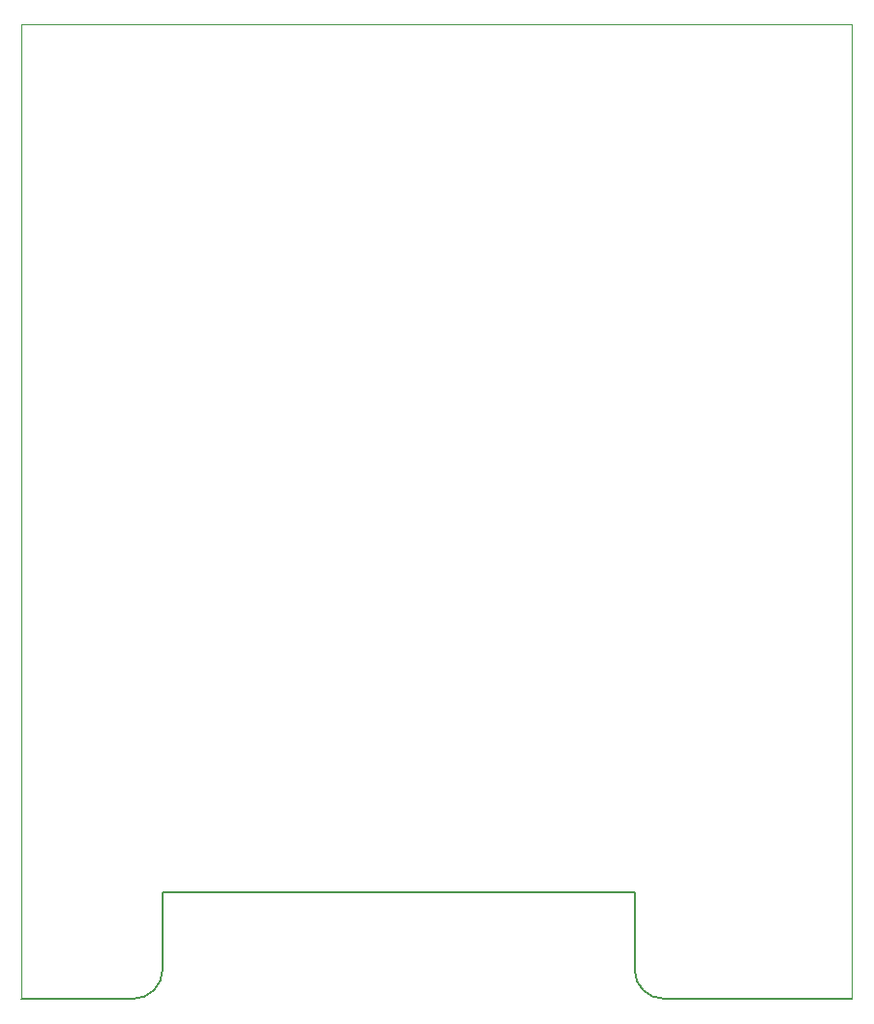
<source format=gbr>
%TF.GenerationSoftware,KiCad,Pcbnew,7.0.5*%
%TF.CreationDate,2024-01-09T20:43:35+09:00*%
%TF.ProjectId,Arduino_CQbrushless,41726475-696e-46f5-9f43-516272757368,rev?*%
%TF.SameCoordinates,Original*%
%TF.FileFunction,Profile,NP*%
%FSLAX46Y46*%
G04 Gerber Fmt 4.6, Leading zero omitted, Abs format (unit mm)*
G04 Created by KiCad (PCBNEW 7.0.5) date 2024-01-09 20:43:35*
%MOMM*%
%LPD*%
G01*
G04 APERTURE LIST*
%TA.AperFunction,Profile*%
%ADD10C,0.150000*%
%TD*%
%TA.AperFunction,Profile*%
%ADD11C,0.100000*%
%TD*%
G04 APERTURE END LIST*
D10*
X90119200Y-162966400D02*
G75*
G03*
X92659200Y-160426400I0J2540000D01*
G01*
X133959600Y-160426400D02*
G75*
G03*
X136499600Y-162966400I2540000J0D01*
G01*
X133959600Y-160426400D02*
X133959600Y-153670000D01*
X133959600Y-153670000D02*
X92659200Y-153670000D01*
D11*
X152984200Y-162966400D02*
X152984200Y-77825600D01*
X152984200Y-77825600D02*
X80340200Y-77825600D01*
X80340200Y-77825600D02*
X80340200Y-162966400D01*
D10*
X92659200Y-160426400D02*
X92659200Y-153670000D01*
X90119200Y-162966400D02*
X80340200Y-162966400D01*
X136499600Y-162966400D02*
X152984200Y-162966400D01*
M02*

</source>
